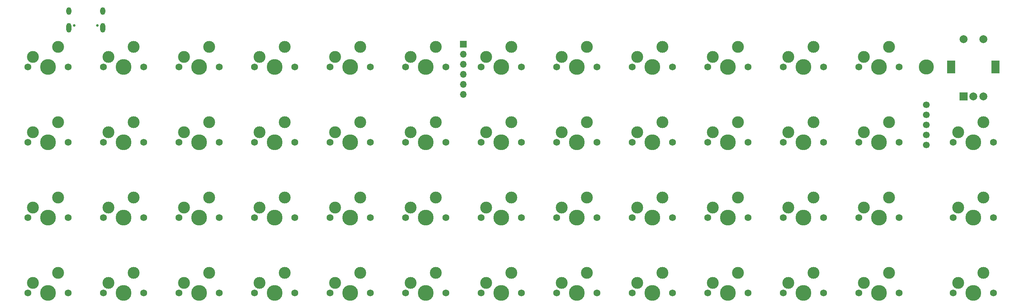
<source format=gts>
G04 #@! TF.GenerationSoftware,KiCad,Pcbnew,(6.0.1-0)*
G04 #@! TF.CreationDate,2022-04-19T22:52:07-05:00*
G04 #@! TF.ProjectId,pcb,7063622e-6b69-4636-9164-5f7063625858,rev?*
G04 #@! TF.SameCoordinates,Original*
G04 #@! TF.FileFunction,Soldermask,Top*
G04 #@! TF.FilePolarity,Negative*
%FSLAX46Y46*%
G04 Gerber Fmt 4.6, Leading zero omitted, Abs format (unit mm)*
G04 Created by KiCad (PCBNEW (6.0.1-0)) date 2022-04-19 22:52:07*
%MOMM*%
%LPD*%
G01*
G04 APERTURE LIST*
%ADD10C,3.000000*%
%ADD11C,1.750000*%
%ADD12C,3.987800*%
%ADD13R,2.000000X2.000000*%
%ADD14C,2.000000*%
%ADD15R,2.000000X3.200000*%
%ADD16C,3.800000*%
%ADD17O,1.700000X1.700000*%
%ADD18R,1.700000X1.700000*%
%ADD19C,0.650000*%
%ADD20O,1.300000X2.400000*%
%ADD21O,1.300000X1.900000*%
%ADD22C,1.700000*%
G04 APERTURE END LIST*
D10*
X121180225Y-50653950D03*
D11*
X119910225Y-53193950D03*
D12*
X124990225Y-53193950D03*
D10*
X127530225Y-48113950D03*
D11*
X130070225Y-53193950D03*
X206270225Y-53193950D03*
D10*
X203730225Y-48113950D03*
X197380225Y-50653950D03*
D11*
X196110225Y-53193950D03*
D12*
X201190225Y-53193950D03*
D11*
X187220225Y-53193950D03*
D10*
X178330225Y-50653950D03*
X184680225Y-48113950D03*
D11*
X177060225Y-53193950D03*
D12*
X182140225Y-53193950D03*
D11*
X168170225Y-53193950D03*
D12*
X163090225Y-53193950D03*
D10*
X165630225Y-48113950D03*
X159280225Y-50653950D03*
D11*
X158010225Y-53193950D03*
X81810225Y-53193950D03*
D12*
X86890225Y-53193950D03*
D10*
X83080225Y-50653950D03*
X89430225Y-48113950D03*
D11*
X91970225Y-53193950D03*
X225320225Y-53193950D03*
D10*
X222780225Y-48113950D03*
D12*
X220240225Y-53193950D03*
D11*
X215160225Y-53193950D03*
D10*
X216430225Y-50653950D03*
D11*
X244370225Y-53193950D03*
D10*
X235480225Y-50653950D03*
X241830225Y-48113950D03*
D11*
X234210225Y-53193950D03*
D12*
X239290225Y-53193950D03*
D11*
X91970225Y-72243950D03*
D12*
X86890225Y-72243950D03*
D10*
X83080225Y-69703950D03*
D11*
X81810225Y-72243950D03*
D10*
X89430225Y-67163950D03*
D11*
X111020225Y-72243950D03*
D10*
X102130225Y-69703950D03*
D11*
X100860225Y-72243950D03*
D10*
X108480225Y-67163950D03*
D12*
X105940225Y-72243950D03*
X144045399Y-72243950D03*
D10*
X146585399Y-67163950D03*
D11*
X138965399Y-72243950D03*
X149125399Y-72243950D03*
D10*
X140235399Y-69703950D03*
X273580225Y-50653950D03*
D12*
X277390225Y-53193950D03*
D10*
X279930225Y-48113950D03*
D11*
X272310225Y-53193950D03*
X282470225Y-53193950D03*
D10*
X165630225Y-67163950D03*
X159280225Y-69703950D03*
D11*
X168170225Y-72243950D03*
X158010225Y-72243950D03*
D12*
X163090225Y-72243950D03*
D11*
X187220225Y-72243950D03*
D12*
X182140225Y-72243950D03*
D11*
X177060225Y-72243950D03*
D10*
X184680225Y-67163950D03*
X178330225Y-69703950D03*
D11*
X196110225Y-72243950D03*
D12*
X201190225Y-72243950D03*
D10*
X203730225Y-67163950D03*
D11*
X206270225Y-72243950D03*
D10*
X197380225Y-69703950D03*
D11*
X111020225Y-110343950D03*
D12*
X105940225Y-110343950D03*
D11*
X100860225Y-110343950D03*
D10*
X108480225Y-105263950D03*
X102130225Y-107803950D03*
D11*
X119910225Y-110343950D03*
D10*
X127530225Y-105263950D03*
D11*
X130070225Y-110343950D03*
D12*
X124990225Y-110343950D03*
D10*
X121180225Y-107803950D03*
X140230225Y-107803950D03*
X146580225Y-105263950D03*
D12*
X144040225Y-110343950D03*
D11*
X149120225Y-110343950D03*
X138960225Y-110343950D03*
D10*
X159280225Y-107803950D03*
D11*
X168170225Y-110343950D03*
D10*
X165630225Y-105263950D03*
D11*
X158010225Y-110343950D03*
D12*
X163090225Y-110343950D03*
X182140225Y-110343950D03*
D11*
X187220225Y-110343950D03*
D10*
X178330225Y-107803950D03*
X184680225Y-105263950D03*
D11*
X177060225Y-110343950D03*
D12*
X220240225Y-110343950D03*
D11*
X225320225Y-110343950D03*
D10*
X222780225Y-105263950D03*
D11*
X215160225Y-110343950D03*
D10*
X216430225Y-107803950D03*
X241830225Y-105263950D03*
X235480225Y-107803950D03*
D11*
X244370225Y-110343950D03*
X234210225Y-110343950D03*
D12*
X239290225Y-110343950D03*
D11*
X253260225Y-110343950D03*
D10*
X254530225Y-107803950D03*
X260880225Y-105263950D03*
D11*
X263420225Y-110343950D03*
D12*
X258340225Y-110343950D03*
D10*
X279930225Y-105263950D03*
D12*
X277390225Y-110343950D03*
D11*
X282470225Y-110343950D03*
X272310225Y-110343950D03*
D10*
X273580225Y-107803950D03*
D11*
X196110225Y-110343950D03*
X206270225Y-110343950D03*
D10*
X203730225Y-105263950D03*
D12*
X201190225Y-110343950D03*
D10*
X197380225Y-107803950D03*
X279930225Y-86213950D03*
D12*
X277390225Y-91293950D03*
D10*
X273580225Y-88753950D03*
D11*
X272310225Y-91293950D03*
X282470225Y-91293950D03*
X253260225Y-91293950D03*
D10*
X260880225Y-86213950D03*
D12*
X258340225Y-91293950D03*
D10*
X254530225Y-88753950D03*
D11*
X263420225Y-91293950D03*
D10*
X216430225Y-88753950D03*
D11*
X215160225Y-91293950D03*
D10*
X222780225Y-86213950D03*
D11*
X225320225Y-91293950D03*
D12*
X220240225Y-91293950D03*
D11*
X187220225Y-91293950D03*
X177060225Y-91293950D03*
D12*
X182140225Y-91293950D03*
D10*
X184680225Y-86213950D03*
X178330225Y-88753950D03*
D11*
X138960225Y-91293950D03*
D10*
X146580225Y-86213950D03*
D11*
X149120225Y-91293950D03*
D12*
X144040225Y-91293950D03*
D10*
X140230225Y-88753950D03*
X83080225Y-88753950D03*
X89430225Y-86213950D03*
D11*
X91970225Y-91293950D03*
X81810225Y-91293950D03*
D12*
X86890225Y-91293950D03*
D11*
X158010225Y-91293950D03*
D10*
X159280225Y-88753950D03*
X165630225Y-86213950D03*
D11*
X168170225Y-91293950D03*
D12*
X163090225Y-91293950D03*
D10*
X298980225Y-67163950D03*
D11*
X301520225Y-72243950D03*
D10*
X292630225Y-69703950D03*
D11*
X291360225Y-72243950D03*
D12*
X296440225Y-72243950D03*
D10*
X127530225Y-86213950D03*
D11*
X130070225Y-91293950D03*
D10*
X121180225Y-88753950D03*
D11*
X119910225Y-91293950D03*
D12*
X124990225Y-91293950D03*
X105940225Y-91293950D03*
D11*
X111020225Y-91293950D03*
D10*
X108480225Y-86213950D03*
X102130225Y-88753950D03*
D11*
X100860225Y-91293950D03*
X263420225Y-72243950D03*
D10*
X260880225Y-67163950D03*
D12*
X258340225Y-72243950D03*
D10*
X254530225Y-69703950D03*
D11*
X253260225Y-72243950D03*
X234210225Y-72243950D03*
D10*
X241830225Y-67163950D03*
D12*
X239290225Y-72243950D03*
D10*
X235480225Y-69703950D03*
D11*
X244370225Y-72243950D03*
D10*
X273580225Y-69703950D03*
D12*
X277390225Y-72243950D03*
D11*
X282470225Y-72243950D03*
D10*
X279930225Y-67163950D03*
D11*
X272310225Y-72243950D03*
D10*
X298980225Y-105263950D03*
D11*
X291360225Y-110343950D03*
D12*
X296440225Y-110343950D03*
D11*
X301520225Y-110343950D03*
D10*
X292630225Y-107803950D03*
X298980225Y-86213950D03*
X292630225Y-88753950D03*
D12*
X296440225Y-91293950D03*
D11*
X301520225Y-91293950D03*
X291360225Y-91293950D03*
D10*
X292630225Y-50653950D03*
D12*
X296440225Y-53193950D03*
D11*
X301520225Y-53193950D03*
X291360225Y-53193950D03*
D10*
X298980225Y-48113950D03*
D13*
X317752725Y-60693950D03*
D14*
X322752725Y-60693950D03*
X320252725Y-60693950D03*
D15*
X314652725Y-53193950D03*
X325852725Y-53193950D03*
D14*
X322752725Y-46193950D03*
X317752725Y-46193950D03*
D10*
X108480225Y-48113950D03*
X102130225Y-50653950D03*
D11*
X111020225Y-53193950D03*
X100860225Y-53193950D03*
D12*
X105940225Y-53193950D03*
X144040225Y-53193950D03*
D11*
X149120225Y-53193950D03*
D10*
X140230225Y-50653950D03*
D11*
X138960225Y-53193950D03*
D10*
X146580225Y-48113950D03*
D12*
X320252785Y-110344230D03*
D10*
X322792785Y-105264230D03*
D11*
X315172785Y-110344230D03*
X325332785Y-110344230D03*
D10*
X316442785Y-107804230D03*
D11*
X315172785Y-72244070D03*
D10*
X316442785Y-69704070D03*
X322792785Y-67164070D03*
D11*
X325332785Y-72244070D03*
D12*
X320252785Y-72244070D03*
D10*
X316442785Y-88754150D03*
X322792785Y-86214150D03*
D11*
X325332785Y-91294150D03*
D12*
X320252785Y-91294150D03*
D11*
X315172785Y-91294150D03*
D12*
X201190225Y-91293950D03*
D10*
X203730225Y-86213950D03*
D11*
X206270225Y-91293950D03*
X196110225Y-91293950D03*
D10*
X197380225Y-88753950D03*
X241830225Y-86213950D03*
D11*
X244370225Y-91293950D03*
D12*
X239290225Y-91293950D03*
D11*
X234210225Y-91293950D03*
D10*
X235480225Y-88753950D03*
D11*
X91970225Y-110343950D03*
D10*
X89430225Y-105263950D03*
D11*
X81810225Y-110343950D03*
D10*
X83080225Y-107803950D03*
D12*
X86890225Y-110343950D03*
D10*
X254530225Y-50653950D03*
X260880225Y-48113950D03*
D11*
X253260225Y-53193950D03*
D12*
X258340225Y-53193950D03*
D11*
X263420225Y-53193950D03*
D10*
X121180225Y-69703950D03*
X127530225Y-67163950D03*
D11*
X119910225Y-72243950D03*
D12*
X124990225Y-72243950D03*
D11*
X130070225Y-72243950D03*
X215160225Y-72243950D03*
D12*
X220240225Y-72243950D03*
D10*
X222780225Y-67163950D03*
D11*
X225320225Y-72243950D03*
D10*
X216430225Y-69703950D03*
D16*
X308346661Y-53193950D03*
D17*
X191665313Y-60143950D03*
X191665313Y-49983950D03*
X191665313Y-55063950D03*
X191665313Y-57603950D03*
X191665313Y-52523950D03*
D18*
X191665313Y-47443950D03*
D19*
X93525217Y-42765450D03*
X99305217Y-42765450D03*
D20*
X92115217Y-43316450D03*
X100715217Y-43316450D03*
D21*
X100715217Y-39116450D03*
X92115217Y-39116450D03*
D22*
X308390225Y-67843950D03*
X308390225Y-70383950D03*
X308390225Y-72923950D03*
X308390225Y-65303950D03*
X308390225Y-62763950D03*
M02*

</source>
